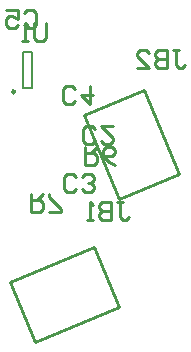
<source format=gbo>
G04 Layer_Color=13813960*
%FSLAX25Y25*%
%MOIN*%
G70*
G01*
G75*
%ADD22C,0.00787*%
%ADD23C,0.01000*%
%ADD44C,0.00984*%
D22*
X296654Y347835D02*
Y360039D01*
X293898Y347835D02*
Y360039D01*
X296654D01*
X293898Y347835D02*
X296654D01*
D23*
X314166Y339140D02*
X325767Y311133D01*
X345773Y319419D01*
X334172Y347427D02*
X345773Y319419D01*
X314166Y339140D02*
X334172Y347427D01*
X289479Y283288D02*
X317487Y294889D01*
X289479Y283288D02*
X297766Y263282D01*
X325773Y274884D01*
X317487Y294889D02*
X325773Y274884D01*
X343901Y360798D02*
X345901D01*
X344901D01*
Y355800D01*
X345901Y354800D01*
X346900D01*
X347900Y355800D01*
X341902Y360798D02*
Y354800D01*
X338903D01*
X337903Y355800D01*
Y356799D01*
X338903Y357799D01*
X341902D01*
X338903D01*
X337903Y358799D01*
Y359798D01*
X338903Y360798D01*
X341902D01*
X331905Y354800D02*
X335904D01*
X331905Y358799D01*
Y359798D01*
X332905Y360798D01*
X334904D01*
X335904Y359798D01*
X325101Y310098D02*
X327101D01*
X326101D01*
Y305100D01*
X327101Y304100D01*
X328100D01*
X329100Y305100D01*
X323102Y310098D02*
Y304100D01*
X320103D01*
X319103Y305100D01*
Y306099D01*
X320103Y307099D01*
X323102D01*
X320103D01*
X319103Y308099D01*
Y309098D01*
X320103Y310098D01*
X323102D01*
X317104Y304100D02*
X315105D01*
X316104D01*
Y310098D01*
X317104Y309098D01*
X314567Y328445D02*
Y322447D01*
X317566D01*
X318566Y323446D01*
Y325446D01*
X317566Y326446D01*
X314567D01*
X316566D02*
X318566Y328445D01*
X324564Y322447D02*
X322564Y323446D01*
X320565Y325446D01*
Y327445D01*
X321565Y328445D01*
X323564D01*
X324564Y327445D01*
Y326446D01*
X323564Y325446D01*
X320565D01*
X296457Y312598D02*
Y306600D01*
X299456D01*
X300455Y307600D01*
Y309599D01*
X299456Y310599D01*
X296457D01*
X298456D02*
X300455Y312598D01*
X302455Y306600D02*
X306453D01*
Y307600D01*
X302455Y311599D01*
Y312598D01*
X317877Y330435D02*
X316877Y329435D01*
X314878D01*
X313878Y330435D01*
Y334433D01*
X314878Y335433D01*
X316877D01*
X317877Y334433D01*
X323875Y335433D02*
X319876D01*
X323875Y331434D01*
Y330435D01*
X322875Y329435D01*
X320876D01*
X319876Y330435D01*
X311381Y314293D02*
X310381Y313293D01*
X308382D01*
X307382Y314293D01*
Y318292D01*
X308382Y319291D01*
X310381D01*
X311381Y318292D01*
X313380Y314293D02*
X314380Y313293D01*
X316379D01*
X317379Y314293D01*
Y315293D01*
X316379Y316292D01*
X315379D01*
X316379D01*
X317379Y317292D01*
Y318292D01*
X316379Y319291D01*
X314380D01*
X313380Y318292D01*
X311085Y343624D02*
X310086Y342624D01*
X308086D01*
X307087Y343624D01*
Y347622D01*
X308086Y348622D01*
X310086D01*
X311085Y347622D01*
X316084Y348622D02*
Y342624D01*
X313085Y345623D01*
X317083D01*
X294107Y373092D02*
X295107Y374092D01*
X297106D01*
X298106Y373092D01*
Y369093D01*
X297106Y368094D01*
X295107D01*
X294107Y369093D01*
X288109Y374092D02*
X292108D01*
Y371093D01*
X290108Y372092D01*
X289108D01*
X288109Y371093D01*
Y369093D01*
X289108Y368094D01*
X291108D01*
X292108Y369093D01*
X301293Y369555D02*
Y364556D01*
X300293Y363557D01*
X298294D01*
X297294Y364556D01*
Y369555D01*
X295295Y363557D02*
X293296D01*
X294295D01*
Y369555D01*
X295295Y368555D01*
D44*
X291043Y346752D02*
G03*
X291043Y346752I-492J0D01*
G01*
M02*

</source>
